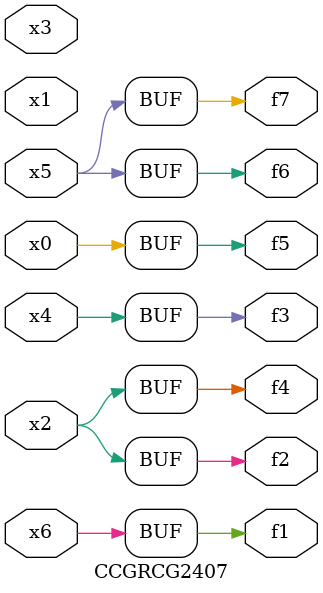
<source format=v>
module CCGRCG2407(
	input x0, x1, x2, x3, x4, x5, x6,
	output f1, f2, f3, f4, f5, f6, f7
);
	assign f1 = x6;
	assign f2 = x2;
	assign f3 = x4;
	assign f4 = x2;
	assign f5 = x0;
	assign f6 = x5;
	assign f7 = x5;
endmodule

</source>
